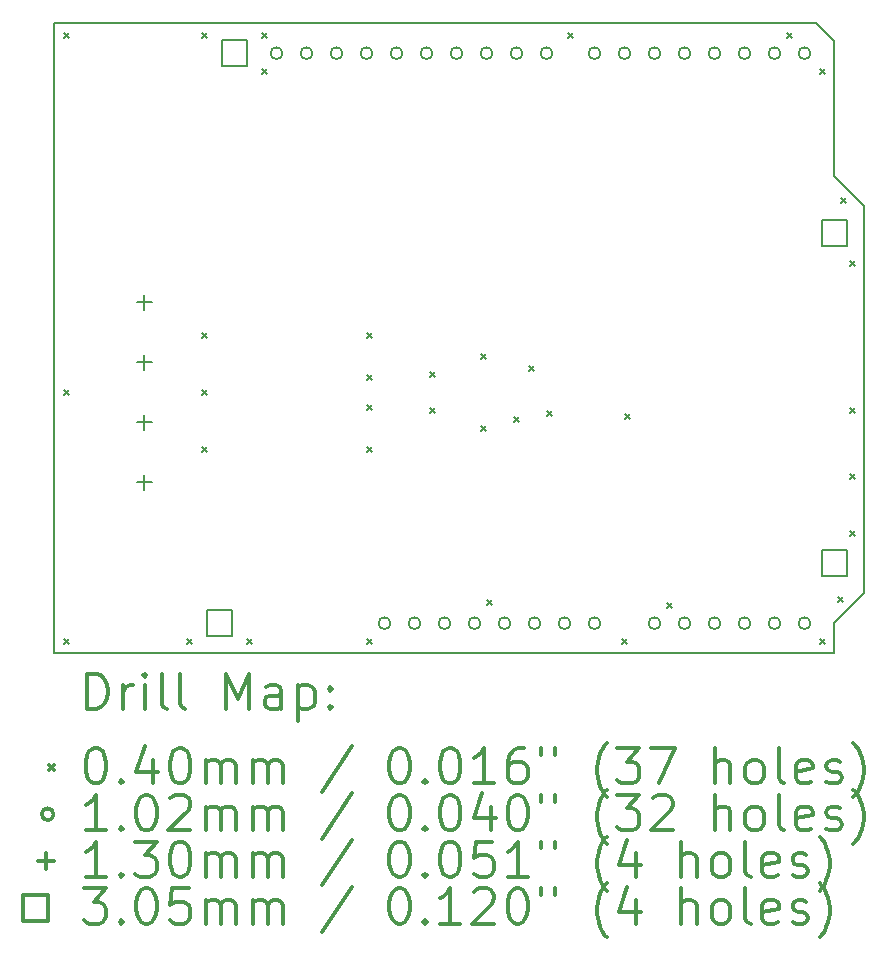
<source format=gbr>
%FSLAX45Y45*%
G04 Gerber Fmt 4.5, Leading zero omitted, Abs format (unit mm)*
G04 Created by KiCad (PCBNEW 5.1.5-52549c5~84~ubuntu16.04.1) date 2020-03-02 18:34:24*
%MOMM*%
%LPD*%
G04 APERTURE LIST*
%TA.AperFunction,Profile*%
%ADD10C,0.150000*%
%TD*%
%ADD11C,0.200000*%
%ADD12C,0.300000*%
G04 APERTURE END LIST*
D10*
X17703800Y-7454900D02*
X17551400Y-7302500D01*
X17703800Y-8597900D02*
X17703800Y-7454900D01*
X17957800Y-8851900D02*
X17703800Y-8597900D01*
X17957800Y-12128500D02*
X17957800Y-8851900D01*
X17703800Y-12382500D02*
X17957800Y-12128500D01*
X17703800Y-12636500D02*
X17703800Y-12382500D01*
X11099800Y-12636500D02*
X17703800Y-12636500D01*
X11099800Y-7302500D02*
X11099800Y-12636500D01*
X17551400Y-7302500D02*
X11099800Y-7302500D01*
D11*
X11181400Y-7384100D02*
X11221400Y-7424100D01*
X11221400Y-7384100D02*
X11181400Y-7424100D01*
X11181400Y-10406700D02*
X11221400Y-10446700D01*
X11221400Y-10406700D02*
X11181400Y-10446700D01*
X11181400Y-12514900D02*
X11221400Y-12554900D01*
X11221400Y-12514900D02*
X11181400Y-12554900D01*
X12222800Y-12514900D02*
X12262800Y-12554900D01*
X12262800Y-12514900D02*
X12222800Y-12554900D01*
X12349800Y-7384100D02*
X12389800Y-7424100D01*
X12389800Y-7384100D02*
X12349800Y-7424100D01*
X12349800Y-9924100D02*
X12389800Y-9964100D01*
X12389800Y-9924100D02*
X12349800Y-9964100D01*
X12349800Y-10406700D02*
X12389800Y-10446700D01*
X12389800Y-10406700D02*
X12349800Y-10446700D01*
X12349800Y-10889300D02*
X12389800Y-10929300D01*
X12389800Y-10889300D02*
X12349800Y-10929300D01*
X12730800Y-12514900D02*
X12770800Y-12554900D01*
X12770800Y-12514900D02*
X12730800Y-12554900D01*
X12857800Y-7384100D02*
X12897800Y-7424100D01*
X12897800Y-7384100D02*
X12857800Y-7424100D01*
X12857800Y-7688900D02*
X12897800Y-7728900D01*
X12897800Y-7688900D02*
X12857800Y-7728900D01*
X13746800Y-9924100D02*
X13786800Y-9964100D01*
X13786800Y-9924100D02*
X13746800Y-9964100D01*
X13746800Y-10279700D02*
X13786800Y-10319700D01*
X13786800Y-10279700D02*
X13746800Y-10319700D01*
X13746800Y-10533700D02*
X13786800Y-10573700D01*
X13786800Y-10533700D02*
X13746800Y-10573700D01*
X13746800Y-10889300D02*
X13786800Y-10929300D01*
X13786800Y-10889300D02*
X13746800Y-10929300D01*
X13746800Y-12514900D02*
X13786800Y-12554900D01*
X13786800Y-12514900D02*
X13746800Y-12554900D01*
X14280200Y-10254300D02*
X14320200Y-10294300D01*
X14320200Y-10254300D02*
X14280200Y-10294300D01*
X14280200Y-10559100D02*
X14320200Y-10599100D01*
X14320200Y-10559100D02*
X14280200Y-10599100D01*
X14712000Y-10101900D02*
X14752000Y-10141900D01*
X14752000Y-10101900D02*
X14712000Y-10141900D01*
X14712000Y-10711500D02*
X14752000Y-10751500D01*
X14752000Y-10711500D02*
X14712000Y-10751500D01*
X14762800Y-12184700D02*
X14802800Y-12224700D01*
X14802800Y-12184700D02*
X14762800Y-12224700D01*
X14991400Y-10635300D02*
X15031400Y-10675300D01*
X15031400Y-10635300D02*
X14991400Y-10675300D01*
X15118400Y-10203500D02*
X15158400Y-10243500D01*
X15158400Y-10203500D02*
X15118400Y-10243500D01*
X15270800Y-10584500D02*
X15310800Y-10624500D01*
X15310800Y-10584500D02*
X15270800Y-10624500D01*
X15448600Y-7384100D02*
X15488600Y-7424100D01*
X15488600Y-7384100D02*
X15448600Y-7424100D01*
X15905800Y-12514900D02*
X15945800Y-12554900D01*
X15945800Y-12514900D02*
X15905800Y-12554900D01*
X15931200Y-10609900D02*
X15971200Y-10649900D01*
X15971200Y-10609900D02*
X15931200Y-10649900D01*
X16286800Y-12210100D02*
X16326800Y-12250100D01*
X16326800Y-12210100D02*
X16286800Y-12250100D01*
X17302800Y-7384100D02*
X17342800Y-7424100D01*
X17342800Y-7384100D02*
X17302800Y-7424100D01*
X17582200Y-7688900D02*
X17622200Y-7728900D01*
X17622200Y-7688900D02*
X17582200Y-7728900D01*
X17582200Y-12514900D02*
X17622200Y-12554900D01*
X17622200Y-12514900D02*
X17582200Y-12554900D01*
X17734600Y-12159300D02*
X17774600Y-12199300D01*
X17774600Y-12159300D02*
X17734600Y-12199300D01*
X17760000Y-8781100D02*
X17800000Y-8821100D01*
X17800000Y-8781100D02*
X17760000Y-8821100D01*
X17836200Y-9314500D02*
X17876200Y-9354500D01*
X17876200Y-9314500D02*
X17836200Y-9354500D01*
X17836200Y-10559100D02*
X17876200Y-10599100D01*
X17876200Y-10559100D02*
X17836200Y-10599100D01*
X17836200Y-11117900D02*
X17876200Y-11157900D01*
X17876200Y-11117900D02*
X17836200Y-11157900D01*
X17836200Y-11600500D02*
X17876200Y-11640500D01*
X17876200Y-11600500D02*
X17836200Y-11640500D01*
X15722600Y-7556500D02*
G75*
G03X15722600Y-7556500I-50800J0D01*
G01*
X15976600Y-7556500D02*
G75*
G03X15976600Y-7556500I-50800J0D01*
G01*
X16230600Y-7556500D02*
G75*
G03X16230600Y-7556500I-50800J0D01*
G01*
X16484600Y-7556500D02*
G75*
G03X16484600Y-7556500I-50800J0D01*
G01*
X16738600Y-7556500D02*
G75*
G03X16738600Y-7556500I-50800J0D01*
G01*
X16992600Y-7556500D02*
G75*
G03X16992600Y-7556500I-50800J0D01*
G01*
X17246600Y-7556500D02*
G75*
G03X17246600Y-7556500I-50800J0D01*
G01*
X17500600Y-7556500D02*
G75*
G03X17500600Y-7556500I-50800J0D01*
G01*
X13944600Y-12382500D02*
G75*
G03X13944600Y-12382500I-50800J0D01*
G01*
X14198600Y-12382500D02*
G75*
G03X14198600Y-12382500I-50800J0D01*
G01*
X14452600Y-12382500D02*
G75*
G03X14452600Y-12382500I-50800J0D01*
G01*
X14706600Y-12382500D02*
G75*
G03X14706600Y-12382500I-50800J0D01*
G01*
X14960600Y-12382500D02*
G75*
G03X14960600Y-12382500I-50800J0D01*
G01*
X15214600Y-12382500D02*
G75*
G03X15214600Y-12382500I-50800J0D01*
G01*
X15468600Y-12382500D02*
G75*
G03X15468600Y-12382500I-50800J0D01*
G01*
X15722600Y-12382500D02*
G75*
G03X15722600Y-12382500I-50800J0D01*
G01*
X13030200Y-7556500D02*
G75*
G03X13030200Y-7556500I-50800J0D01*
G01*
X13284200Y-7556500D02*
G75*
G03X13284200Y-7556500I-50800J0D01*
G01*
X13538200Y-7556500D02*
G75*
G03X13538200Y-7556500I-50800J0D01*
G01*
X13792200Y-7556500D02*
G75*
G03X13792200Y-7556500I-50800J0D01*
G01*
X14046200Y-7556500D02*
G75*
G03X14046200Y-7556500I-50800J0D01*
G01*
X14300200Y-7556500D02*
G75*
G03X14300200Y-7556500I-50800J0D01*
G01*
X14554200Y-7556500D02*
G75*
G03X14554200Y-7556500I-50800J0D01*
G01*
X14808200Y-7556500D02*
G75*
G03X14808200Y-7556500I-50800J0D01*
G01*
X15062200Y-7556500D02*
G75*
G03X15062200Y-7556500I-50800J0D01*
G01*
X15316200Y-7556500D02*
G75*
G03X15316200Y-7556500I-50800J0D01*
G01*
X16230600Y-12382500D02*
G75*
G03X16230600Y-12382500I-50800J0D01*
G01*
X16484600Y-12382500D02*
G75*
G03X16484600Y-12382500I-50800J0D01*
G01*
X16738600Y-12382500D02*
G75*
G03X16738600Y-12382500I-50800J0D01*
G01*
X16992600Y-12382500D02*
G75*
G03X16992600Y-12382500I-50800J0D01*
G01*
X17246600Y-12382500D02*
G75*
G03X17246600Y-12382500I-50800J0D01*
G01*
X17500600Y-12382500D02*
G75*
G03X17500600Y-12382500I-50800J0D01*
G01*
X11861800Y-9599700D02*
X11861800Y-9729700D01*
X11796800Y-9664700D02*
X11926800Y-9664700D01*
X11861800Y-10107700D02*
X11861800Y-10237700D01*
X11796800Y-10172700D02*
X11926800Y-10172700D01*
X11861800Y-10615700D02*
X11861800Y-10745700D01*
X11796800Y-10680700D02*
X11926800Y-10680700D01*
X11861800Y-11123700D02*
X11861800Y-11253700D01*
X11796800Y-11188700D02*
X11926800Y-11188700D01*
X12604564Y-12490264D02*
X12604564Y-12274736D01*
X12389036Y-12274736D01*
X12389036Y-12490264D01*
X12604564Y-12490264D01*
X17811564Y-11982264D02*
X17811564Y-11766736D01*
X17596036Y-11766736D01*
X17596036Y-11982264D01*
X17811564Y-11982264D01*
X12731564Y-7664264D02*
X12731564Y-7448736D01*
X12516036Y-7448736D01*
X12516036Y-7664264D01*
X12731564Y-7664264D01*
X17811564Y-9188264D02*
X17811564Y-8972736D01*
X17596036Y-8972736D01*
X17596036Y-9188264D01*
X17811564Y-9188264D01*
D12*
X11378728Y-13109714D02*
X11378728Y-12809714D01*
X11450157Y-12809714D01*
X11493014Y-12824000D01*
X11521586Y-12852571D01*
X11535871Y-12881143D01*
X11550157Y-12938286D01*
X11550157Y-12981143D01*
X11535871Y-13038286D01*
X11521586Y-13066857D01*
X11493014Y-13095429D01*
X11450157Y-13109714D01*
X11378728Y-13109714D01*
X11678728Y-13109714D02*
X11678728Y-12909714D01*
X11678728Y-12966857D02*
X11693014Y-12938286D01*
X11707300Y-12924000D01*
X11735871Y-12909714D01*
X11764443Y-12909714D01*
X11864443Y-13109714D02*
X11864443Y-12909714D01*
X11864443Y-12809714D02*
X11850157Y-12824000D01*
X11864443Y-12838286D01*
X11878728Y-12824000D01*
X11864443Y-12809714D01*
X11864443Y-12838286D01*
X12050157Y-13109714D02*
X12021586Y-13095429D01*
X12007300Y-13066857D01*
X12007300Y-12809714D01*
X12207300Y-13109714D02*
X12178728Y-13095429D01*
X12164443Y-13066857D01*
X12164443Y-12809714D01*
X12550157Y-13109714D02*
X12550157Y-12809714D01*
X12650157Y-13024000D01*
X12750157Y-12809714D01*
X12750157Y-13109714D01*
X13021586Y-13109714D02*
X13021586Y-12952571D01*
X13007300Y-12924000D01*
X12978728Y-12909714D01*
X12921586Y-12909714D01*
X12893014Y-12924000D01*
X13021586Y-13095429D02*
X12993014Y-13109714D01*
X12921586Y-13109714D01*
X12893014Y-13095429D01*
X12878728Y-13066857D01*
X12878728Y-13038286D01*
X12893014Y-13009714D01*
X12921586Y-12995429D01*
X12993014Y-12995429D01*
X13021586Y-12981143D01*
X13164443Y-12909714D02*
X13164443Y-13209714D01*
X13164443Y-12924000D02*
X13193014Y-12909714D01*
X13250157Y-12909714D01*
X13278728Y-12924000D01*
X13293014Y-12938286D01*
X13307300Y-12966857D01*
X13307300Y-13052571D01*
X13293014Y-13081143D01*
X13278728Y-13095429D01*
X13250157Y-13109714D01*
X13193014Y-13109714D01*
X13164443Y-13095429D01*
X13435871Y-13081143D02*
X13450157Y-13095429D01*
X13435871Y-13109714D01*
X13421586Y-13095429D01*
X13435871Y-13081143D01*
X13435871Y-13109714D01*
X13435871Y-12924000D02*
X13450157Y-12938286D01*
X13435871Y-12952571D01*
X13421586Y-12938286D01*
X13435871Y-12924000D01*
X13435871Y-12952571D01*
X11052300Y-13584000D02*
X11092300Y-13624000D01*
X11092300Y-13584000D02*
X11052300Y-13624000D01*
X11435871Y-13439714D02*
X11464443Y-13439714D01*
X11493014Y-13454000D01*
X11507300Y-13468286D01*
X11521586Y-13496857D01*
X11535871Y-13554000D01*
X11535871Y-13625429D01*
X11521586Y-13682571D01*
X11507300Y-13711143D01*
X11493014Y-13725429D01*
X11464443Y-13739714D01*
X11435871Y-13739714D01*
X11407300Y-13725429D01*
X11393014Y-13711143D01*
X11378728Y-13682571D01*
X11364443Y-13625429D01*
X11364443Y-13554000D01*
X11378728Y-13496857D01*
X11393014Y-13468286D01*
X11407300Y-13454000D01*
X11435871Y-13439714D01*
X11664443Y-13711143D02*
X11678728Y-13725429D01*
X11664443Y-13739714D01*
X11650157Y-13725429D01*
X11664443Y-13711143D01*
X11664443Y-13739714D01*
X11935871Y-13539714D02*
X11935871Y-13739714D01*
X11864443Y-13425429D02*
X11793014Y-13639714D01*
X11978728Y-13639714D01*
X12150157Y-13439714D02*
X12178728Y-13439714D01*
X12207300Y-13454000D01*
X12221586Y-13468286D01*
X12235871Y-13496857D01*
X12250157Y-13554000D01*
X12250157Y-13625429D01*
X12235871Y-13682571D01*
X12221586Y-13711143D01*
X12207300Y-13725429D01*
X12178728Y-13739714D01*
X12150157Y-13739714D01*
X12121586Y-13725429D01*
X12107300Y-13711143D01*
X12093014Y-13682571D01*
X12078728Y-13625429D01*
X12078728Y-13554000D01*
X12093014Y-13496857D01*
X12107300Y-13468286D01*
X12121586Y-13454000D01*
X12150157Y-13439714D01*
X12378728Y-13739714D02*
X12378728Y-13539714D01*
X12378728Y-13568286D02*
X12393014Y-13554000D01*
X12421586Y-13539714D01*
X12464443Y-13539714D01*
X12493014Y-13554000D01*
X12507300Y-13582571D01*
X12507300Y-13739714D01*
X12507300Y-13582571D02*
X12521586Y-13554000D01*
X12550157Y-13539714D01*
X12593014Y-13539714D01*
X12621586Y-13554000D01*
X12635871Y-13582571D01*
X12635871Y-13739714D01*
X12778728Y-13739714D02*
X12778728Y-13539714D01*
X12778728Y-13568286D02*
X12793014Y-13554000D01*
X12821586Y-13539714D01*
X12864443Y-13539714D01*
X12893014Y-13554000D01*
X12907300Y-13582571D01*
X12907300Y-13739714D01*
X12907300Y-13582571D02*
X12921586Y-13554000D01*
X12950157Y-13539714D01*
X12993014Y-13539714D01*
X13021586Y-13554000D01*
X13035871Y-13582571D01*
X13035871Y-13739714D01*
X13621586Y-13425429D02*
X13364443Y-13811143D01*
X14007300Y-13439714D02*
X14035871Y-13439714D01*
X14064443Y-13454000D01*
X14078728Y-13468286D01*
X14093014Y-13496857D01*
X14107300Y-13554000D01*
X14107300Y-13625429D01*
X14093014Y-13682571D01*
X14078728Y-13711143D01*
X14064443Y-13725429D01*
X14035871Y-13739714D01*
X14007300Y-13739714D01*
X13978728Y-13725429D01*
X13964443Y-13711143D01*
X13950157Y-13682571D01*
X13935871Y-13625429D01*
X13935871Y-13554000D01*
X13950157Y-13496857D01*
X13964443Y-13468286D01*
X13978728Y-13454000D01*
X14007300Y-13439714D01*
X14235871Y-13711143D02*
X14250157Y-13725429D01*
X14235871Y-13739714D01*
X14221586Y-13725429D01*
X14235871Y-13711143D01*
X14235871Y-13739714D01*
X14435871Y-13439714D02*
X14464443Y-13439714D01*
X14493014Y-13454000D01*
X14507300Y-13468286D01*
X14521586Y-13496857D01*
X14535871Y-13554000D01*
X14535871Y-13625429D01*
X14521586Y-13682571D01*
X14507300Y-13711143D01*
X14493014Y-13725429D01*
X14464443Y-13739714D01*
X14435871Y-13739714D01*
X14407300Y-13725429D01*
X14393014Y-13711143D01*
X14378728Y-13682571D01*
X14364443Y-13625429D01*
X14364443Y-13554000D01*
X14378728Y-13496857D01*
X14393014Y-13468286D01*
X14407300Y-13454000D01*
X14435871Y-13439714D01*
X14821586Y-13739714D02*
X14650157Y-13739714D01*
X14735871Y-13739714D02*
X14735871Y-13439714D01*
X14707300Y-13482571D01*
X14678728Y-13511143D01*
X14650157Y-13525429D01*
X15078728Y-13439714D02*
X15021586Y-13439714D01*
X14993014Y-13454000D01*
X14978728Y-13468286D01*
X14950157Y-13511143D01*
X14935871Y-13568286D01*
X14935871Y-13682571D01*
X14950157Y-13711143D01*
X14964443Y-13725429D01*
X14993014Y-13739714D01*
X15050157Y-13739714D01*
X15078728Y-13725429D01*
X15093014Y-13711143D01*
X15107300Y-13682571D01*
X15107300Y-13611143D01*
X15093014Y-13582571D01*
X15078728Y-13568286D01*
X15050157Y-13554000D01*
X14993014Y-13554000D01*
X14964443Y-13568286D01*
X14950157Y-13582571D01*
X14935871Y-13611143D01*
X15221586Y-13439714D02*
X15221586Y-13496857D01*
X15335871Y-13439714D02*
X15335871Y-13496857D01*
X15778728Y-13854000D02*
X15764443Y-13839714D01*
X15735871Y-13796857D01*
X15721586Y-13768286D01*
X15707300Y-13725429D01*
X15693014Y-13654000D01*
X15693014Y-13596857D01*
X15707300Y-13525429D01*
X15721586Y-13482571D01*
X15735871Y-13454000D01*
X15764443Y-13411143D01*
X15778728Y-13396857D01*
X15864443Y-13439714D02*
X16050157Y-13439714D01*
X15950157Y-13554000D01*
X15993014Y-13554000D01*
X16021586Y-13568286D01*
X16035871Y-13582571D01*
X16050157Y-13611143D01*
X16050157Y-13682571D01*
X16035871Y-13711143D01*
X16021586Y-13725429D01*
X15993014Y-13739714D01*
X15907300Y-13739714D01*
X15878728Y-13725429D01*
X15864443Y-13711143D01*
X16150157Y-13439714D02*
X16350157Y-13439714D01*
X16221586Y-13739714D01*
X16693014Y-13739714D02*
X16693014Y-13439714D01*
X16821586Y-13739714D02*
X16821586Y-13582571D01*
X16807300Y-13554000D01*
X16778728Y-13539714D01*
X16735871Y-13539714D01*
X16707300Y-13554000D01*
X16693014Y-13568286D01*
X17007300Y-13739714D02*
X16978728Y-13725429D01*
X16964443Y-13711143D01*
X16950157Y-13682571D01*
X16950157Y-13596857D01*
X16964443Y-13568286D01*
X16978728Y-13554000D01*
X17007300Y-13539714D01*
X17050157Y-13539714D01*
X17078728Y-13554000D01*
X17093014Y-13568286D01*
X17107300Y-13596857D01*
X17107300Y-13682571D01*
X17093014Y-13711143D01*
X17078728Y-13725429D01*
X17050157Y-13739714D01*
X17007300Y-13739714D01*
X17278728Y-13739714D02*
X17250157Y-13725429D01*
X17235871Y-13696857D01*
X17235871Y-13439714D01*
X17507300Y-13725429D02*
X17478728Y-13739714D01*
X17421586Y-13739714D01*
X17393014Y-13725429D01*
X17378728Y-13696857D01*
X17378728Y-13582571D01*
X17393014Y-13554000D01*
X17421586Y-13539714D01*
X17478728Y-13539714D01*
X17507300Y-13554000D01*
X17521586Y-13582571D01*
X17521586Y-13611143D01*
X17378728Y-13639714D01*
X17635871Y-13725429D02*
X17664443Y-13739714D01*
X17721586Y-13739714D01*
X17750157Y-13725429D01*
X17764443Y-13696857D01*
X17764443Y-13682571D01*
X17750157Y-13654000D01*
X17721586Y-13639714D01*
X17678728Y-13639714D01*
X17650157Y-13625429D01*
X17635871Y-13596857D01*
X17635871Y-13582571D01*
X17650157Y-13554000D01*
X17678728Y-13539714D01*
X17721586Y-13539714D01*
X17750157Y-13554000D01*
X17864443Y-13854000D02*
X17878728Y-13839714D01*
X17907300Y-13796857D01*
X17921586Y-13768286D01*
X17935871Y-13725429D01*
X17950157Y-13654000D01*
X17950157Y-13596857D01*
X17935871Y-13525429D01*
X17921586Y-13482571D01*
X17907300Y-13454000D01*
X17878728Y-13411143D01*
X17864443Y-13396857D01*
X11092300Y-14000000D02*
G75*
G03X11092300Y-14000000I-50800J0D01*
G01*
X11535871Y-14135714D02*
X11364443Y-14135714D01*
X11450157Y-14135714D02*
X11450157Y-13835714D01*
X11421586Y-13878571D01*
X11393014Y-13907143D01*
X11364443Y-13921429D01*
X11664443Y-14107143D02*
X11678728Y-14121429D01*
X11664443Y-14135714D01*
X11650157Y-14121429D01*
X11664443Y-14107143D01*
X11664443Y-14135714D01*
X11864443Y-13835714D02*
X11893014Y-13835714D01*
X11921586Y-13850000D01*
X11935871Y-13864286D01*
X11950157Y-13892857D01*
X11964443Y-13950000D01*
X11964443Y-14021429D01*
X11950157Y-14078571D01*
X11935871Y-14107143D01*
X11921586Y-14121429D01*
X11893014Y-14135714D01*
X11864443Y-14135714D01*
X11835871Y-14121429D01*
X11821586Y-14107143D01*
X11807300Y-14078571D01*
X11793014Y-14021429D01*
X11793014Y-13950000D01*
X11807300Y-13892857D01*
X11821586Y-13864286D01*
X11835871Y-13850000D01*
X11864443Y-13835714D01*
X12078728Y-13864286D02*
X12093014Y-13850000D01*
X12121586Y-13835714D01*
X12193014Y-13835714D01*
X12221586Y-13850000D01*
X12235871Y-13864286D01*
X12250157Y-13892857D01*
X12250157Y-13921429D01*
X12235871Y-13964286D01*
X12064443Y-14135714D01*
X12250157Y-14135714D01*
X12378728Y-14135714D02*
X12378728Y-13935714D01*
X12378728Y-13964286D02*
X12393014Y-13950000D01*
X12421586Y-13935714D01*
X12464443Y-13935714D01*
X12493014Y-13950000D01*
X12507300Y-13978571D01*
X12507300Y-14135714D01*
X12507300Y-13978571D02*
X12521586Y-13950000D01*
X12550157Y-13935714D01*
X12593014Y-13935714D01*
X12621586Y-13950000D01*
X12635871Y-13978571D01*
X12635871Y-14135714D01*
X12778728Y-14135714D02*
X12778728Y-13935714D01*
X12778728Y-13964286D02*
X12793014Y-13950000D01*
X12821586Y-13935714D01*
X12864443Y-13935714D01*
X12893014Y-13950000D01*
X12907300Y-13978571D01*
X12907300Y-14135714D01*
X12907300Y-13978571D02*
X12921586Y-13950000D01*
X12950157Y-13935714D01*
X12993014Y-13935714D01*
X13021586Y-13950000D01*
X13035871Y-13978571D01*
X13035871Y-14135714D01*
X13621586Y-13821429D02*
X13364443Y-14207143D01*
X14007300Y-13835714D02*
X14035871Y-13835714D01*
X14064443Y-13850000D01*
X14078728Y-13864286D01*
X14093014Y-13892857D01*
X14107300Y-13950000D01*
X14107300Y-14021429D01*
X14093014Y-14078571D01*
X14078728Y-14107143D01*
X14064443Y-14121429D01*
X14035871Y-14135714D01*
X14007300Y-14135714D01*
X13978728Y-14121429D01*
X13964443Y-14107143D01*
X13950157Y-14078571D01*
X13935871Y-14021429D01*
X13935871Y-13950000D01*
X13950157Y-13892857D01*
X13964443Y-13864286D01*
X13978728Y-13850000D01*
X14007300Y-13835714D01*
X14235871Y-14107143D02*
X14250157Y-14121429D01*
X14235871Y-14135714D01*
X14221586Y-14121429D01*
X14235871Y-14107143D01*
X14235871Y-14135714D01*
X14435871Y-13835714D02*
X14464443Y-13835714D01*
X14493014Y-13850000D01*
X14507300Y-13864286D01*
X14521586Y-13892857D01*
X14535871Y-13950000D01*
X14535871Y-14021429D01*
X14521586Y-14078571D01*
X14507300Y-14107143D01*
X14493014Y-14121429D01*
X14464443Y-14135714D01*
X14435871Y-14135714D01*
X14407300Y-14121429D01*
X14393014Y-14107143D01*
X14378728Y-14078571D01*
X14364443Y-14021429D01*
X14364443Y-13950000D01*
X14378728Y-13892857D01*
X14393014Y-13864286D01*
X14407300Y-13850000D01*
X14435871Y-13835714D01*
X14793014Y-13935714D02*
X14793014Y-14135714D01*
X14721586Y-13821429D02*
X14650157Y-14035714D01*
X14835871Y-14035714D01*
X15007300Y-13835714D02*
X15035871Y-13835714D01*
X15064443Y-13850000D01*
X15078728Y-13864286D01*
X15093014Y-13892857D01*
X15107300Y-13950000D01*
X15107300Y-14021429D01*
X15093014Y-14078571D01*
X15078728Y-14107143D01*
X15064443Y-14121429D01*
X15035871Y-14135714D01*
X15007300Y-14135714D01*
X14978728Y-14121429D01*
X14964443Y-14107143D01*
X14950157Y-14078571D01*
X14935871Y-14021429D01*
X14935871Y-13950000D01*
X14950157Y-13892857D01*
X14964443Y-13864286D01*
X14978728Y-13850000D01*
X15007300Y-13835714D01*
X15221586Y-13835714D02*
X15221586Y-13892857D01*
X15335871Y-13835714D02*
X15335871Y-13892857D01*
X15778728Y-14250000D02*
X15764443Y-14235714D01*
X15735871Y-14192857D01*
X15721586Y-14164286D01*
X15707300Y-14121429D01*
X15693014Y-14050000D01*
X15693014Y-13992857D01*
X15707300Y-13921429D01*
X15721586Y-13878571D01*
X15735871Y-13850000D01*
X15764443Y-13807143D01*
X15778728Y-13792857D01*
X15864443Y-13835714D02*
X16050157Y-13835714D01*
X15950157Y-13950000D01*
X15993014Y-13950000D01*
X16021586Y-13964286D01*
X16035871Y-13978571D01*
X16050157Y-14007143D01*
X16050157Y-14078571D01*
X16035871Y-14107143D01*
X16021586Y-14121429D01*
X15993014Y-14135714D01*
X15907300Y-14135714D01*
X15878728Y-14121429D01*
X15864443Y-14107143D01*
X16164443Y-13864286D02*
X16178728Y-13850000D01*
X16207300Y-13835714D01*
X16278728Y-13835714D01*
X16307300Y-13850000D01*
X16321586Y-13864286D01*
X16335871Y-13892857D01*
X16335871Y-13921429D01*
X16321586Y-13964286D01*
X16150157Y-14135714D01*
X16335871Y-14135714D01*
X16693014Y-14135714D02*
X16693014Y-13835714D01*
X16821586Y-14135714D02*
X16821586Y-13978571D01*
X16807300Y-13950000D01*
X16778728Y-13935714D01*
X16735871Y-13935714D01*
X16707300Y-13950000D01*
X16693014Y-13964286D01*
X17007300Y-14135714D02*
X16978728Y-14121429D01*
X16964443Y-14107143D01*
X16950157Y-14078571D01*
X16950157Y-13992857D01*
X16964443Y-13964286D01*
X16978728Y-13950000D01*
X17007300Y-13935714D01*
X17050157Y-13935714D01*
X17078728Y-13950000D01*
X17093014Y-13964286D01*
X17107300Y-13992857D01*
X17107300Y-14078571D01*
X17093014Y-14107143D01*
X17078728Y-14121429D01*
X17050157Y-14135714D01*
X17007300Y-14135714D01*
X17278728Y-14135714D02*
X17250157Y-14121429D01*
X17235871Y-14092857D01*
X17235871Y-13835714D01*
X17507300Y-14121429D02*
X17478728Y-14135714D01*
X17421586Y-14135714D01*
X17393014Y-14121429D01*
X17378728Y-14092857D01*
X17378728Y-13978571D01*
X17393014Y-13950000D01*
X17421586Y-13935714D01*
X17478728Y-13935714D01*
X17507300Y-13950000D01*
X17521586Y-13978571D01*
X17521586Y-14007143D01*
X17378728Y-14035714D01*
X17635871Y-14121429D02*
X17664443Y-14135714D01*
X17721586Y-14135714D01*
X17750157Y-14121429D01*
X17764443Y-14092857D01*
X17764443Y-14078571D01*
X17750157Y-14050000D01*
X17721586Y-14035714D01*
X17678728Y-14035714D01*
X17650157Y-14021429D01*
X17635871Y-13992857D01*
X17635871Y-13978571D01*
X17650157Y-13950000D01*
X17678728Y-13935714D01*
X17721586Y-13935714D01*
X17750157Y-13950000D01*
X17864443Y-14250000D02*
X17878728Y-14235714D01*
X17907300Y-14192857D01*
X17921586Y-14164286D01*
X17935871Y-14121429D01*
X17950157Y-14050000D01*
X17950157Y-13992857D01*
X17935871Y-13921429D01*
X17921586Y-13878571D01*
X17907300Y-13850000D01*
X17878728Y-13807143D01*
X17864443Y-13792857D01*
X11027300Y-14331000D02*
X11027300Y-14461000D01*
X10962300Y-14396000D02*
X11092300Y-14396000D01*
X11535871Y-14531714D02*
X11364443Y-14531714D01*
X11450157Y-14531714D02*
X11450157Y-14231714D01*
X11421586Y-14274571D01*
X11393014Y-14303143D01*
X11364443Y-14317429D01*
X11664443Y-14503143D02*
X11678728Y-14517429D01*
X11664443Y-14531714D01*
X11650157Y-14517429D01*
X11664443Y-14503143D01*
X11664443Y-14531714D01*
X11778728Y-14231714D02*
X11964443Y-14231714D01*
X11864443Y-14346000D01*
X11907300Y-14346000D01*
X11935871Y-14360286D01*
X11950157Y-14374571D01*
X11964443Y-14403143D01*
X11964443Y-14474571D01*
X11950157Y-14503143D01*
X11935871Y-14517429D01*
X11907300Y-14531714D01*
X11821586Y-14531714D01*
X11793014Y-14517429D01*
X11778728Y-14503143D01*
X12150157Y-14231714D02*
X12178728Y-14231714D01*
X12207300Y-14246000D01*
X12221586Y-14260286D01*
X12235871Y-14288857D01*
X12250157Y-14346000D01*
X12250157Y-14417429D01*
X12235871Y-14474571D01*
X12221586Y-14503143D01*
X12207300Y-14517429D01*
X12178728Y-14531714D01*
X12150157Y-14531714D01*
X12121586Y-14517429D01*
X12107300Y-14503143D01*
X12093014Y-14474571D01*
X12078728Y-14417429D01*
X12078728Y-14346000D01*
X12093014Y-14288857D01*
X12107300Y-14260286D01*
X12121586Y-14246000D01*
X12150157Y-14231714D01*
X12378728Y-14531714D02*
X12378728Y-14331714D01*
X12378728Y-14360286D02*
X12393014Y-14346000D01*
X12421586Y-14331714D01*
X12464443Y-14331714D01*
X12493014Y-14346000D01*
X12507300Y-14374571D01*
X12507300Y-14531714D01*
X12507300Y-14374571D02*
X12521586Y-14346000D01*
X12550157Y-14331714D01*
X12593014Y-14331714D01*
X12621586Y-14346000D01*
X12635871Y-14374571D01*
X12635871Y-14531714D01*
X12778728Y-14531714D02*
X12778728Y-14331714D01*
X12778728Y-14360286D02*
X12793014Y-14346000D01*
X12821586Y-14331714D01*
X12864443Y-14331714D01*
X12893014Y-14346000D01*
X12907300Y-14374571D01*
X12907300Y-14531714D01*
X12907300Y-14374571D02*
X12921586Y-14346000D01*
X12950157Y-14331714D01*
X12993014Y-14331714D01*
X13021586Y-14346000D01*
X13035871Y-14374571D01*
X13035871Y-14531714D01*
X13621586Y-14217429D02*
X13364443Y-14603143D01*
X14007300Y-14231714D02*
X14035871Y-14231714D01*
X14064443Y-14246000D01*
X14078728Y-14260286D01*
X14093014Y-14288857D01*
X14107300Y-14346000D01*
X14107300Y-14417429D01*
X14093014Y-14474571D01*
X14078728Y-14503143D01*
X14064443Y-14517429D01*
X14035871Y-14531714D01*
X14007300Y-14531714D01*
X13978728Y-14517429D01*
X13964443Y-14503143D01*
X13950157Y-14474571D01*
X13935871Y-14417429D01*
X13935871Y-14346000D01*
X13950157Y-14288857D01*
X13964443Y-14260286D01*
X13978728Y-14246000D01*
X14007300Y-14231714D01*
X14235871Y-14503143D02*
X14250157Y-14517429D01*
X14235871Y-14531714D01*
X14221586Y-14517429D01*
X14235871Y-14503143D01*
X14235871Y-14531714D01*
X14435871Y-14231714D02*
X14464443Y-14231714D01*
X14493014Y-14246000D01*
X14507300Y-14260286D01*
X14521586Y-14288857D01*
X14535871Y-14346000D01*
X14535871Y-14417429D01*
X14521586Y-14474571D01*
X14507300Y-14503143D01*
X14493014Y-14517429D01*
X14464443Y-14531714D01*
X14435871Y-14531714D01*
X14407300Y-14517429D01*
X14393014Y-14503143D01*
X14378728Y-14474571D01*
X14364443Y-14417429D01*
X14364443Y-14346000D01*
X14378728Y-14288857D01*
X14393014Y-14260286D01*
X14407300Y-14246000D01*
X14435871Y-14231714D01*
X14807300Y-14231714D02*
X14664443Y-14231714D01*
X14650157Y-14374571D01*
X14664443Y-14360286D01*
X14693014Y-14346000D01*
X14764443Y-14346000D01*
X14793014Y-14360286D01*
X14807300Y-14374571D01*
X14821586Y-14403143D01*
X14821586Y-14474571D01*
X14807300Y-14503143D01*
X14793014Y-14517429D01*
X14764443Y-14531714D01*
X14693014Y-14531714D01*
X14664443Y-14517429D01*
X14650157Y-14503143D01*
X15107300Y-14531714D02*
X14935871Y-14531714D01*
X15021586Y-14531714D02*
X15021586Y-14231714D01*
X14993014Y-14274571D01*
X14964443Y-14303143D01*
X14935871Y-14317429D01*
X15221586Y-14231714D02*
X15221586Y-14288857D01*
X15335871Y-14231714D02*
X15335871Y-14288857D01*
X15778728Y-14646000D02*
X15764443Y-14631714D01*
X15735871Y-14588857D01*
X15721586Y-14560286D01*
X15707300Y-14517429D01*
X15693014Y-14446000D01*
X15693014Y-14388857D01*
X15707300Y-14317429D01*
X15721586Y-14274571D01*
X15735871Y-14246000D01*
X15764443Y-14203143D01*
X15778728Y-14188857D01*
X16021586Y-14331714D02*
X16021586Y-14531714D01*
X15950157Y-14217429D02*
X15878728Y-14431714D01*
X16064443Y-14431714D01*
X16407300Y-14531714D02*
X16407300Y-14231714D01*
X16535871Y-14531714D02*
X16535871Y-14374571D01*
X16521586Y-14346000D01*
X16493014Y-14331714D01*
X16450157Y-14331714D01*
X16421586Y-14346000D01*
X16407300Y-14360286D01*
X16721586Y-14531714D02*
X16693014Y-14517429D01*
X16678728Y-14503143D01*
X16664443Y-14474571D01*
X16664443Y-14388857D01*
X16678728Y-14360286D01*
X16693014Y-14346000D01*
X16721586Y-14331714D01*
X16764443Y-14331714D01*
X16793014Y-14346000D01*
X16807300Y-14360286D01*
X16821586Y-14388857D01*
X16821586Y-14474571D01*
X16807300Y-14503143D01*
X16793014Y-14517429D01*
X16764443Y-14531714D01*
X16721586Y-14531714D01*
X16993014Y-14531714D02*
X16964443Y-14517429D01*
X16950157Y-14488857D01*
X16950157Y-14231714D01*
X17221586Y-14517429D02*
X17193014Y-14531714D01*
X17135871Y-14531714D01*
X17107300Y-14517429D01*
X17093014Y-14488857D01*
X17093014Y-14374571D01*
X17107300Y-14346000D01*
X17135871Y-14331714D01*
X17193014Y-14331714D01*
X17221586Y-14346000D01*
X17235871Y-14374571D01*
X17235871Y-14403143D01*
X17093014Y-14431714D01*
X17350157Y-14517429D02*
X17378728Y-14531714D01*
X17435871Y-14531714D01*
X17464443Y-14517429D01*
X17478728Y-14488857D01*
X17478728Y-14474571D01*
X17464443Y-14446000D01*
X17435871Y-14431714D01*
X17393014Y-14431714D01*
X17364443Y-14417429D01*
X17350157Y-14388857D01*
X17350157Y-14374571D01*
X17364443Y-14346000D01*
X17393014Y-14331714D01*
X17435871Y-14331714D01*
X17464443Y-14346000D01*
X17578728Y-14646000D02*
X17593014Y-14631714D01*
X17621586Y-14588857D01*
X17635871Y-14560286D01*
X17650157Y-14517429D01*
X17664443Y-14446000D01*
X17664443Y-14388857D01*
X17650157Y-14317429D01*
X17635871Y-14274571D01*
X17621586Y-14246000D01*
X17593014Y-14203143D01*
X17578728Y-14188857D01*
X11047664Y-14899764D02*
X11047664Y-14684236D01*
X10832136Y-14684236D01*
X10832136Y-14899764D01*
X11047664Y-14899764D01*
X11350157Y-14627714D02*
X11535871Y-14627714D01*
X11435871Y-14742000D01*
X11478728Y-14742000D01*
X11507300Y-14756286D01*
X11521586Y-14770571D01*
X11535871Y-14799143D01*
X11535871Y-14870571D01*
X11521586Y-14899143D01*
X11507300Y-14913429D01*
X11478728Y-14927714D01*
X11393014Y-14927714D01*
X11364443Y-14913429D01*
X11350157Y-14899143D01*
X11664443Y-14899143D02*
X11678728Y-14913429D01*
X11664443Y-14927714D01*
X11650157Y-14913429D01*
X11664443Y-14899143D01*
X11664443Y-14927714D01*
X11864443Y-14627714D02*
X11893014Y-14627714D01*
X11921586Y-14642000D01*
X11935871Y-14656286D01*
X11950157Y-14684857D01*
X11964443Y-14742000D01*
X11964443Y-14813429D01*
X11950157Y-14870571D01*
X11935871Y-14899143D01*
X11921586Y-14913429D01*
X11893014Y-14927714D01*
X11864443Y-14927714D01*
X11835871Y-14913429D01*
X11821586Y-14899143D01*
X11807300Y-14870571D01*
X11793014Y-14813429D01*
X11793014Y-14742000D01*
X11807300Y-14684857D01*
X11821586Y-14656286D01*
X11835871Y-14642000D01*
X11864443Y-14627714D01*
X12235871Y-14627714D02*
X12093014Y-14627714D01*
X12078728Y-14770571D01*
X12093014Y-14756286D01*
X12121586Y-14742000D01*
X12193014Y-14742000D01*
X12221586Y-14756286D01*
X12235871Y-14770571D01*
X12250157Y-14799143D01*
X12250157Y-14870571D01*
X12235871Y-14899143D01*
X12221586Y-14913429D01*
X12193014Y-14927714D01*
X12121586Y-14927714D01*
X12093014Y-14913429D01*
X12078728Y-14899143D01*
X12378728Y-14927714D02*
X12378728Y-14727714D01*
X12378728Y-14756286D02*
X12393014Y-14742000D01*
X12421586Y-14727714D01*
X12464443Y-14727714D01*
X12493014Y-14742000D01*
X12507300Y-14770571D01*
X12507300Y-14927714D01*
X12507300Y-14770571D02*
X12521586Y-14742000D01*
X12550157Y-14727714D01*
X12593014Y-14727714D01*
X12621586Y-14742000D01*
X12635871Y-14770571D01*
X12635871Y-14927714D01*
X12778728Y-14927714D02*
X12778728Y-14727714D01*
X12778728Y-14756286D02*
X12793014Y-14742000D01*
X12821586Y-14727714D01*
X12864443Y-14727714D01*
X12893014Y-14742000D01*
X12907300Y-14770571D01*
X12907300Y-14927714D01*
X12907300Y-14770571D02*
X12921586Y-14742000D01*
X12950157Y-14727714D01*
X12993014Y-14727714D01*
X13021586Y-14742000D01*
X13035871Y-14770571D01*
X13035871Y-14927714D01*
X13621586Y-14613429D02*
X13364443Y-14999143D01*
X14007300Y-14627714D02*
X14035871Y-14627714D01*
X14064443Y-14642000D01*
X14078728Y-14656286D01*
X14093014Y-14684857D01*
X14107300Y-14742000D01*
X14107300Y-14813429D01*
X14093014Y-14870571D01*
X14078728Y-14899143D01*
X14064443Y-14913429D01*
X14035871Y-14927714D01*
X14007300Y-14927714D01*
X13978728Y-14913429D01*
X13964443Y-14899143D01*
X13950157Y-14870571D01*
X13935871Y-14813429D01*
X13935871Y-14742000D01*
X13950157Y-14684857D01*
X13964443Y-14656286D01*
X13978728Y-14642000D01*
X14007300Y-14627714D01*
X14235871Y-14899143D02*
X14250157Y-14913429D01*
X14235871Y-14927714D01*
X14221586Y-14913429D01*
X14235871Y-14899143D01*
X14235871Y-14927714D01*
X14535871Y-14927714D02*
X14364443Y-14927714D01*
X14450157Y-14927714D02*
X14450157Y-14627714D01*
X14421586Y-14670571D01*
X14393014Y-14699143D01*
X14364443Y-14713429D01*
X14650157Y-14656286D02*
X14664443Y-14642000D01*
X14693014Y-14627714D01*
X14764443Y-14627714D01*
X14793014Y-14642000D01*
X14807300Y-14656286D01*
X14821586Y-14684857D01*
X14821586Y-14713429D01*
X14807300Y-14756286D01*
X14635871Y-14927714D01*
X14821586Y-14927714D01*
X15007300Y-14627714D02*
X15035871Y-14627714D01*
X15064443Y-14642000D01*
X15078728Y-14656286D01*
X15093014Y-14684857D01*
X15107300Y-14742000D01*
X15107300Y-14813429D01*
X15093014Y-14870571D01*
X15078728Y-14899143D01*
X15064443Y-14913429D01*
X15035871Y-14927714D01*
X15007300Y-14927714D01*
X14978728Y-14913429D01*
X14964443Y-14899143D01*
X14950157Y-14870571D01*
X14935871Y-14813429D01*
X14935871Y-14742000D01*
X14950157Y-14684857D01*
X14964443Y-14656286D01*
X14978728Y-14642000D01*
X15007300Y-14627714D01*
X15221586Y-14627714D02*
X15221586Y-14684857D01*
X15335871Y-14627714D02*
X15335871Y-14684857D01*
X15778728Y-15042000D02*
X15764443Y-15027714D01*
X15735871Y-14984857D01*
X15721586Y-14956286D01*
X15707300Y-14913429D01*
X15693014Y-14842000D01*
X15693014Y-14784857D01*
X15707300Y-14713429D01*
X15721586Y-14670571D01*
X15735871Y-14642000D01*
X15764443Y-14599143D01*
X15778728Y-14584857D01*
X16021586Y-14727714D02*
X16021586Y-14927714D01*
X15950157Y-14613429D02*
X15878728Y-14827714D01*
X16064443Y-14827714D01*
X16407300Y-14927714D02*
X16407300Y-14627714D01*
X16535871Y-14927714D02*
X16535871Y-14770571D01*
X16521586Y-14742000D01*
X16493014Y-14727714D01*
X16450157Y-14727714D01*
X16421586Y-14742000D01*
X16407300Y-14756286D01*
X16721586Y-14927714D02*
X16693014Y-14913429D01*
X16678728Y-14899143D01*
X16664443Y-14870571D01*
X16664443Y-14784857D01*
X16678728Y-14756286D01*
X16693014Y-14742000D01*
X16721586Y-14727714D01*
X16764443Y-14727714D01*
X16793014Y-14742000D01*
X16807300Y-14756286D01*
X16821586Y-14784857D01*
X16821586Y-14870571D01*
X16807300Y-14899143D01*
X16793014Y-14913429D01*
X16764443Y-14927714D01*
X16721586Y-14927714D01*
X16993014Y-14927714D02*
X16964443Y-14913429D01*
X16950157Y-14884857D01*
X16950157Y-14627714D01*
X17221586Y-14913429D02*
X17193014Y-14927714D01*
X17135871Y-14927714D01*
X17107300Y-14913429D01*
X17093014Y-14884857D01*
X17093014Y-14770571D01*
X17107300Y-14742000D01*
X17135871Y-14727714D01*
X17193014Y-14727714D01*
X17221586Y-14742000D01*
X17235871Y-14770571D01*
X17235871Y-14799143D01*
X17093014Y-14827714D01*
X17350157Y-14913429D02*
X17378728Y-14927714D01*
X17435871Y-14927714D01*
X17464443Y-14913429D01*
X17478728Y-14884857D01*
X17478728Y-14870571D01*
X17464443Y-14842000D01*
X17435871Y-14827714D01*
X17393014Y-14827714D01*
X17364443Y-14813429D01*
X17350157Y-14784857D01*
X17350157Y-14770571D01*
X17364443Y-14742000D01*
X17393014Y-14727714D01*
X17435871Y-14727714D01*
X17464443Y-14742000D01*
X17578728Y-15042000D02*
X17593014Y-15027714D01*
X17621586Y-14984857D01*
X17635871Y-14956286D01*
X17650157Y-14913429D01*
X17664443Y-14842000D01*
X17664443Y-14784857D01*
X17650157Y-14713429D01*
X17635871Y-14670571D01*
X17621586Y-14642000D01*
X17593014Y-14599143D01*
X17578728Y-14584857D01*
M02*

</source>
